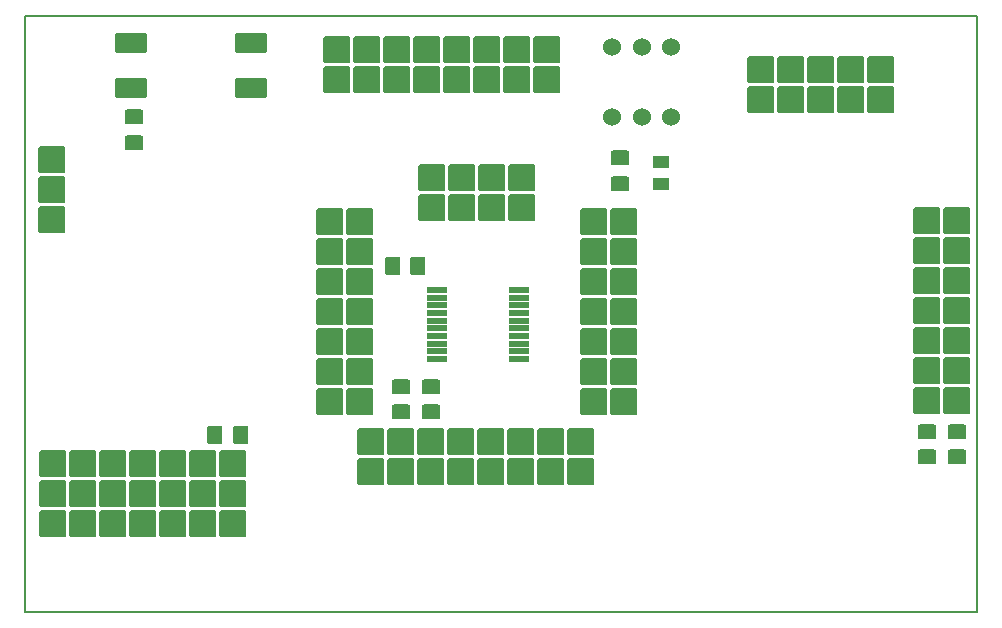
<source format=gbr>
G04 PROTEUS RS274X GERBER FILE*
%FSLAX45Y45*%
%MOMM*%
G01*
%AMPPAD016*
4,1,4,
-0.850900,-0.228600,
-0.850900,0.228600,
0.850900,0.228600,
0.850900,-0.228600,
-0.850900,-0.228600,
0*%
%ADD24PPAD016*%
%AMPPAD017*
4,1,36,
-1.016000,1.143000,
1.016000,1.143000,
1.041970,1.140470,
1.065980,1.133200,
1.087580,1.121650,
1.106290,1.106290,
1.121650,1.087570,
1.133200,1.065980,
1.140470,1.041970,
1.143000,1.016000,
1.143000,-1.016000,
1.140470,-1.041970,
1.133200,-1.065980,
1.121650,-1.087570,
1.106290,-1.106290,
1.087580,-1.121650,
1.065980,-1.133200,
1.041970,-1.140470,
1.016000,-1.143000,
-1.016000,-1.143000,
-1.041970,-1.140470,
-1.065980,-1.133200,
-1.087580,-1.121650,
-1.106290,-1.106290,
-1.121650,-1.087570,
-1.133200,-1.065980,
-1.140470,-1.041970,
-1.143000,-1.016000,
-1.143000,1.016000,
-1.140470,1.041970,
-1.133200,1.065980,
-1.121650,1.087570,
-1.106290,1.106290,
-1.087580,1.121650,
-1.065980,1.133200,
-1.041970,1.140470,
-1.016000,1.143000,
0*%
%ADD25PPAD017*%
%AMPPAD018*
4,1,36,
-0.508000,0.762000,
0.508000,0.762000,
0.533970,0.759470,
0.557980,0.752200,
0.579580,0.740650,
0.598290,0.725290,
0.613650,0.706570,
0.625200,0.684980,
0.632470,0.660970,
0.635000,0.635000,
0.635000,-0.635000,
0.632470,-0.660970,
0.625200,-0.684980,
0.613650,-0.706570,
0.598290,-0.725290,
0.579580,-0.740650,
0.557980,-0.752200,
0.533970,-0.759470,
0.508000,-0.762000,
-0.508000,-0.762000,
-0.533970,-0.759470,
-0.557980,-0.752200,
-0.579580,-0.740650,
-0.598290,-0.725290,
-0.613650,-0.706570,
-0.625200,-0.684980,
-0.632470,-0.660970,
-0.635000,-0.635000,
-0.635000,0.635000,
-0.632470,0.660970,
-0.625200,0.684980,
-0.613650,0.706570,
-0.598290,0.725290,
-0.579580,0.740650,
-0.557980,0.752200,
-0.533970,0.759470,
-0.508000,0.762000,
0*%
%ADD26PPAD018*%
%AMPPAD019*
4,1,36,
-1.143000,-1.016000,
-1.143000,1.016000,
-1.140470,1.041970,
-1.133200,1.065980,
-1.121650,1.087580,
-1.106290,1.106290,
-1.087570,1.121650,
-1.065980,1.133200,
-1.041970,1.140470,
-1.016000,1.143000,
1.016000,1.143000,
1.041970,1.140470,
1.065980,1.133200,
1.087570,1.121650,
1.106290,1.106290,
1.121650,1.087580,
1.133200,1.065980,
1.140470,1.041970,
1.143000,1.016000,
1.143000,-1.016000,
1.140470,-1.041970,
1.133200,-1.065980,
1.121650,-1.087580,
1.106290,-1.106290,
1.087570,-1.121650,
1.065980,-1.133200,
1.041970,-1.140470,
1.016000,-1.143000,
-1.016000,-1.143000,
-1.041970,-1.140470,
-1.065980,-1.133200,
-1.087570,-1.121650,
-1.106290,-1.106290,
-1.121650,-1.087580,
-1.133200,-1.065980,
-1.140470,-1.041970,
-1.143000,-1.016000,
0*%
%ADD27PPAD019*%
%AMPPAD020*
4,1,36,
-0.762000,-0.508000,
-0.762000,0.508000,
-0.759470,0.533970,
-0.752200,0.557980,
-0.740650,0.579580,
-0.725290,0.598290,
-0.706570,0.613650,
-0.684980,0.625200,
-0.660970,0.632470,
-0.635000,0.635000,
0.635000,0.635000,
0.660970,0.632470,
0.684980,0.625200,
0.706570,0.613650,
0.725290,0.598290,
0.740650,0.579580,
0.752200,0.557980,
0.759470,0.533970,
0.762000,0.508000,
0.762000,-0.508000,
0.759470,-0.533970,
0.752200,-0.557980,
0.740650,-0.579580,
0.725290,-0.598290,
0.706570,-0.613650,
0.684980,-0.625200,
0.660970,-0.632470,
0.635000,-0.635000,
-0.635000,-0.635000,
-0.660970,-0.632470,
-0.684980,-0.625200,
-0.706570,-0.613650,
-0.725290,-0.598290,
-0.740650,-0.579580,
-0.752200,-0.557980,
-0.759470,-0.533970,
-0.762000,-0.508000,
0*%
%ADD28PPAD020*%
%AMPPAD021*
4,1,36,
1.193800,-0.863600,
-1.193800,-0.863600,
-1.219770,-0.861070,
-1.243780,-0.853800,
-1.265380,-0.842250,
-1.284090,-0.826890,
-1.299450,-0.808170,
-1.311000,-0.786580,
-1.318270,-0.762570,
-1.320800,-0.736600,
-1.320800,0.736600,
-1.318270,0.762570,
-1.311000,0.786580,
-1.299450,0.808170,
-1.284090,0.826890,
-1.265380,0.842250,
-1.243780,0.853800,
-1.219770,0.861070,
-1.193800,0.863600,
1.193800,0.863600,
1.219770,0.861070,
1.243780,0.853800,
1.265380,0.842250,
1.284090,0.826890,
1.299450,0.808170,
1.311000,0.786580,
1.318270,0.762570,
1.320800,0.736600,
1.320800,-0.736600,
1.318270,-0.762570,
1.311000,-0.786580,
1.299450,-0.808170,
1.284090,-0.826890,
1.265380,-0.842250,
1.243780,-0.853800,
1.219770,-0.861070,
1.193800,-0.863600,
0*%
%ADD29PPAD021*%
%ADD72C,1.524000*%
%AMPPAD023*
4,1,4,
0.698500,0.495300,
0.698500,-0.495300,
-0.698500,-0.495300,
-0.698500,0.495300,
0.698500,0.495300,
0*%
%ADD73PPAD023*%
%ADD70C,0.203200*%
D24*
X-340000Y+290000D03*
X-340000Y+225000D03*
X-340000Y+160000D03*
X-340000Y+95000D03*
X-340000Y+30000D03*
X-340000Y-35000D03*
X-340000Y-100000D03*
X-340000Y-165000D03*
X-340000Y-230000D03*
X-340000Y-295000D03*
X+350000Y-295000D03*
X+350000Y-230000D03*
X+350000Y-165000D03*
X+350000Y-100000D03*
X+350000Y-35000D03*
X+350000Y+30000D03*
X+350000Y+95000D03*
X+350000Y+160000D03*
X+350000Y+225000D03*
X+350000Y+290000D03*
D25*
X+2400000Y+1896000D03*
X+2654000Y+1896000D03*
X+2908000Y+1896000D03*
X+3162000Y+1896000D03*
X+3416000Y+1896000D03*
X+3416000Y+2150000D03*
X+3162000Y+2150000D03*
X+2908000Y+2150000D03*
X+2654000Y+2150000D03*
X+2400000Y+2150000D03*
X-2069120Y-1440000D03*
X-2323120Y-1440000D03*
X-2577120Y-1440000D03*
X-2831120Y-1440000D03*
X-3085120Y-1440000D03*
X-3339120Y-1440000D03*
X-3593120Y-1440000D03*
X-3593120Y-1694000D03*
X-3339120Y-1694000D03*
X-3085120Y-1694000D03*
X-2831120Y-1694000D03*
X-2577120Y-1694000D03*
X-2323120Y-1694000D03*
X-2069120Y-1694000D03*
X-3593120Y-1186380D03*
X-3339120Y-1186380D03*
X-3085120Y-1186380D03*
X-2831120Y-1186380D03*
X-2577120Y-1186380D03*
X-2323120Y-1186380D03*
X-2069120Y-1186380D03*
D26*
X-2219300Y-939620D03*
X-2005940Y-939620D03*
D27*
X-3600000Y+884000D03*
X-3600000Y+1138000D03*
X-3600000Y+1392000D03*
X+4058920Y-650040D03*
X+4058920Y-396040D03*
X+4058920Y-142040D03*
X+4058920Y+111960D03*
X+4058920Y+365960D03*
X+4058920Y+619960D03*
X+4058920Y+873960D03*
X+3804920Y+873960D03*
X+3804920Y+619960D03*
X+3804920Y+365960D03*
X+3804920Y+111960D03*
X+3804920Y-142040D03*
X+3804920Y-396040D03*
X+3804920Y-650040D03*
D28*
X+4058920Y-1128680D03*
X+4058920Y-915320D03*
X+3808920Y-1128680D03*
X+3808920Y-915320D03*
D29*
X-1914000Y+2381000D03*
X-2930000Y+2000000D03*
X-2930000Y+2381000D03*
X-1914000Y+2000000D03*
D26*
X-713360Y+490000D03*
X-500000Y+490000D03*
D28*
X-2910000Y+1750000D03*
X-2910000Y+1536640D03*
D72*
X+1140000Y+1750000D03*
X+1390000Y+1750000D03*
X+1640000Y+1750000D03*
X+1640000Y+2350000D03*
X+1390000Y+2350000D03*
X+1140000Y+2350000D03*
D73*
X+1550000Y+1190000D03*
X+1550000Y+1370000D03*
D28*
X+1210000Y+1190000D03*
X+1210000Y+1403360D03*
D25*
X-1186200Y+2070000D03*
X-932200Y+2070000D03*
X-678200Y+2070000D03*
X-424200Y+2070000D03*
X-170200Y+2070000D03*
X+83800Y+2070000D03*
X+337800Y+2070000D03*
X+591800Y+2070000D03*
X+591800Y+2324000D03*
X+337800Y+2324000D03*
X+83800Y+2324000D03*
X-170200Y+2324000D03*
X-424200Y+2324000D03*
X-678200Y+2324000D03*
X-932200Y+2324000D03*
X-1186200Y+2324000D03*
D27*
X-1244600Y+861060D03*
X-1244600Y+607060D03*
X-1244600Y+353060D03*
X-1244600Y+99060D03*
X-1244600Y-154940D03*
X-1244600Y-408940D03*
X-1244600Y-662940D03*
X-990600Y-662940D03*
X-990600Y-408940D03*
X-990600Y-154940D03*
X-990600Y+99060D03*
X-990600Y+353060D03*
X-990600Y+607060D03*
X-990600Y+861060D03*
X+1244600Y-660400D03*
X+1244600Y-406400D03*
X+1244600Y-152400D03*
X+1244600Y+101600D03*
X+1244600Y+355600D03*
X+1244600Y+609600D03*
X+1244600Y+863600D03*
X+990600Y+863600D03*
X+990600Y+609600D03*
X+990600Y+355600D03*
X+990600Y+101600D03*
X+990600Y-152400D03*
X+990600Y-406400D03*
X+990600Y-660400D03*
D25*
X-388000Y+986000D03*
X-134000Y+986000D03*
X+120000Y+986000D03*
X+374000Y+986000D03*
X+374000Y+1240000D03*
X+120000Y+1240000D03*
X-134000Y+1240000D03*
X-388000Y+1240000D03*
X+878840Y-1000760D03*
X+624840Y-1000760D03*
X+370840Y-1000760D03*
X+116840Y-1000760D03*
X-137160Y-1000760D03*
X-391160Y-1000760D03*
X-645160Y-1000760D03*
X-899160Y-1000760D03*
X-899160Y-1254760D03*
X-645160Y-1254760D03*
X-391160Y-1254760D03*
X-137160Y-1254760D03*
X+116840Y-1254760D03*
X+370840Y-1254760D03*
X+624840Y-1254760D03*
X+878840Y-1254760D03*
D28*
X-393700Y-746760D03*
X-393700Y-533400D03*
X-645160Y-746760D03*
X-645160Y-533400D03*
D70*
X-3830000Y-2435820D02*
X+4230920Y-2435820D01*
X+4230920Y+2610960D01*
X-3830000Y+2610960D01*
X-3830000Y-2435820D01*
M02*

</source>
